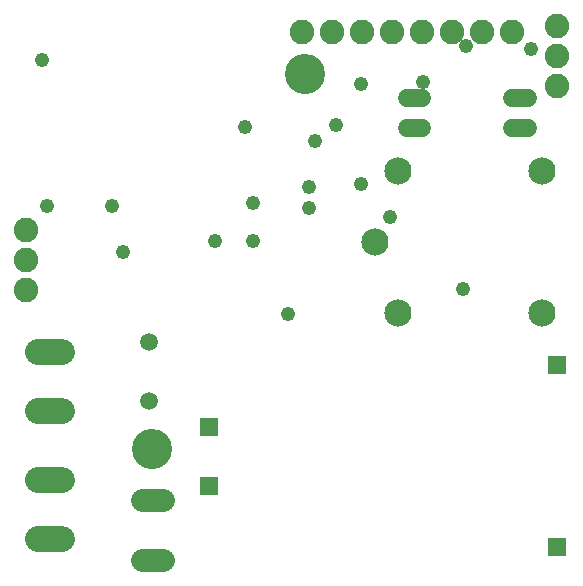
<source format=gbs>
G75*
%MOIN*%
%OFA0B0*%
%FSLAX25Y25*%
%IPPOS*%
%LPD*%
%AMOC8*
5,1,8,0,0,1.08239X$1,22.5*
%
%ADD10C,0.13398*%
%ADD11C,0.06000*%
%ADD12C,0.05950*%
%ADD13R,0.05950X0.05950*%
%ADD14C,0.09068*%
%ADD15C,0.08600*%
%ADD16C,0.07800*%
%ADD17C,0.08200*%
%ADD18C,0.04800*%
D10*
X0071333Y0055000D03*
X0122333Y0180000D03*
D11*
X0156133Y0172000D02*
X0161333Y0172000D01*
X0161333Y0162000D02*
X0156133Y0162000D01*
X0191333Y0162000D02*
X0196533Y0162000D01*
X0196533Y0172000D02*
X0191333Y0172000D01*
D12*
X0070333Y0090843D03*
X0070333Y0071157D03*
D13*
X0090388Y0062606D03*
X0090388Y0042921D03*
X0206136Y0022449D03*
X0206136Y0083079D03*
D14*
X0201349Y0100378D03*
X0201349Y0147622D03*
X0153318Y0147622D03*
X0145444Y0124000D03*
X0153318Y0100378D03*
D15*
X0041233Y0025200D02*
X0033433Y0025200D01*
X0033433Y0044900D02*
X0041233Y0044900D01*
X0041233Y0067700D02*
X0033433Y0067700D01*
X0033433Y0087400D02*
X0041233Y0087400D01*
D16*
X0067833Y0038000D02*
X0074833Y0038000D01*
X0074833Y0018000D02*
X0067833Y0018000D01*
D17*
X0029333Y0108000D03*
X0029333Y0118000D03*
X0029333Y0128000D03*
X0121333Y0194000D03*
X0131333Y0194000D03*
X0141333Y0194000D03*
X0151333Y0194000D03*
X0161333Y0194000D03*
X0171333Y0194000D03*
X0181333Y0194000D03*
X0191333Y0194000D03*
X0206333Y0196000D03*
X0206333Y0186000D03*
X0206333Y0176000D03*
D18*
X0197533Y0188400D03*
X0175933Y0189300D03*
X0161533Y0177600D03*
X0140833Y0176700D03*
X0132733Y0163200D03*
X0125533Y0157800D03*
X0123733Y0142500D03*
X0123733Y0135300D03*
X0140833Y0143400D03*
X0150733Y0132600D03*
X0175033Y0108300D03*
X0116533Y0100200D03*
X0104833Y0124500D03*
X0092233Y0124500D03*
X0104833Y0137100D03*
X0102133Y0162300D03*
X0061633Y0120900D03*
X0058033Y0136200D03*
X0036433Y0136200D03*
X0034633Y0184800D03*
M02*

</source>
